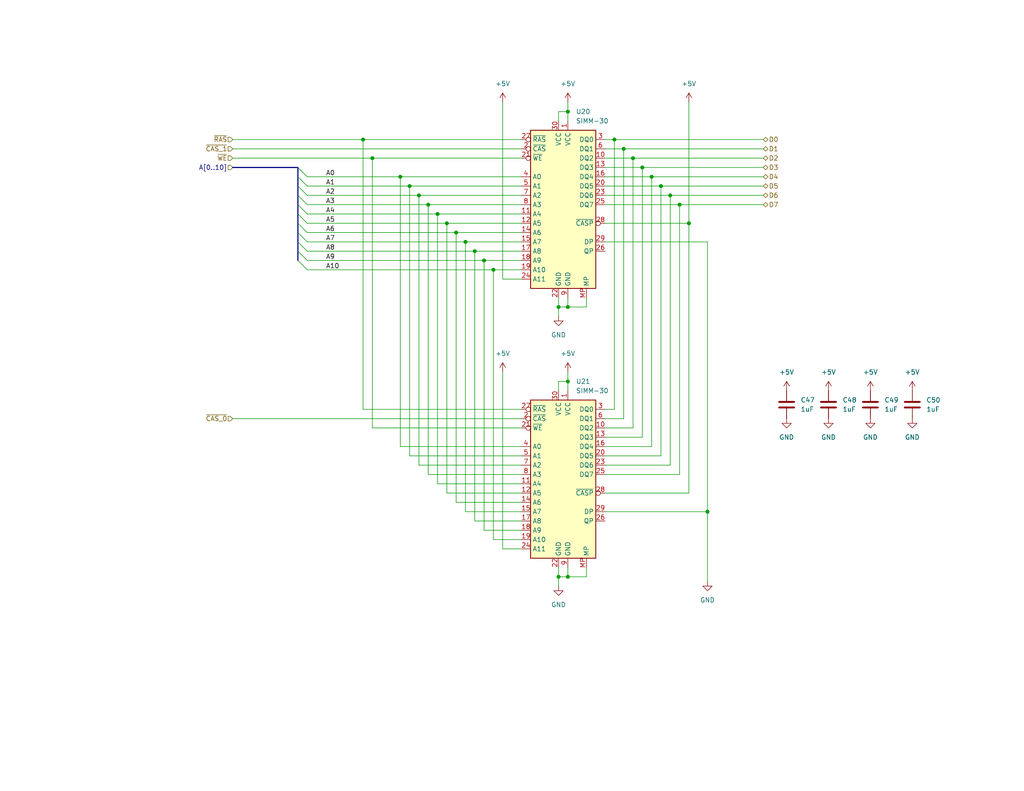
<source format=kicad_sch>
(kicad_sch (version 20230121) (generator eeschema)
  (paper "A")
  (title_block (title "Anachron RAM bank"))
  (lib_symbols
    (symbol "Device:C" (pin_numbers hide) (pin_names (offset 0.254))
      (property "Reference" "C" (at 0.635 2.54 0))
      (property "Value" "C" (at 0.635 -2.54 0))
      (symbol "C_0_1"
        (polyline (pts (xy -2.032 -0.762) (xy 2.032 -0.762)) (stroke (width 0.508)))
        (polyline (pts (xy -2.032 0.762) (xy 2.032 0.762)) (stroke (width 0.508)))
      )
      (symbol "C_1_1"
        (pin passive line (at 0 3.81 270) (length 2.794) (name "~") (number "1"))
        (pin passive line (at 0 -3.81 90) (length 2.794) (name "~") (number "2"))
      )
    )
    (symbol "anachron:SIMM-30"
      (property "Reference" "U" (at -11.43 24.13 0))
      (property "Value" "SIMM-30" (at -11.43 21.59 0))
      (symbol "SIMM-30_0_0"
        (pin power_in line (at 2.54 22.86 270) (length 2.54) (name "VCC") (number "1"))
        (pin bidirectional line (at 12.7 12.7 180) (length 2.54) (name "DQ2") (number "10"))
        (pin input line (at -10.16 -2.54 0) (length 2.54) (name "A4") (number "11"))
        (pin input line (at -10.16 -5.08 0) (length 2.54) (name "A5") (number "12"))
        (pin bidirectional line (at 12.7 10.16 180) (length 2.54) (name "DQ3") (number "13"))
        (pin input line (at -10.16 -7.62 0) (length 2.54) (name "A6") (number "14"))
        (pin input line (at -10.16 -10.16 0) (length 2.54) (name "A7") (number "15"))
        (pin bidirectional line (at 12.7 7.62 180) (length 2.54) (name "DQ4") (number "16"))
        (pin input line (at -10.16 -12.7 0) (length 2.54) (name "A8") (number "17"))
        (pin input line (at -10.16 -15.24 0) (length 2.54) (name "A9") (number "18"))
        (pin input line (at -10.16 -17.78 0) (length 2.54) (name "A10") (number "19"))
        (pin input inverted (at -10.16 15.24 0) (length 2.54) (name "~{CAS}") (number "2"))
        (pin bidirectional line (at 12.7 5.08 180) (length 2.54) (name "DQ5") (number "20"))
        (pin input inverted (at -10.16 12.7 0) (length 2.54) (name "~{WE}") (number "21"))
        (pin power_in line (at 0 -25.4 90) (length 2.54) (name "GND") (number "22"))
        (pin bidirectional line (at 12.7 2.54 180) (length 2.54) (name "DQ6") (number "23"))
        (pin input line (at -10.16 -20.32 0) (length 2.54) (name "A11") (number "24"))
        (pin bidirectional line (at 12.7 0 180) (length 2.54) (name "DQ7") (number "25"))
        (pin output line (at 12.7 -12.7 180) (length 2.54) (name "QP") (number "26"))
        (pin input inverted (at -10.16 17.78 0) (length 2.54) (name "~{RAS}") (number "27"))
        (pin input inverted (at 12.7 -5.08 180) (length 2.54) (name "~{CASP}") (number "28"))
        (pin input line (at 12.7 -10.16 180) (length 2.54) (name "DP") (number "29"))
        (pin bidirectional line (at 12.7 17.78 180) (length 2.54) (name "DQ0") (number "3"))
        (pin power_in line (at 0 22.86 270) (length 2.54) (name "VCC") (number "30"))
        (pin input line (at -10.16 7.62 0) (length 2.54) (name "A0") (number "4"))
        (pin input line (at -10.16 5.08 0) (length 2.54) (name "A1") (number "5"))
        (pin bidirectional line (at 12.7 15.24 180) (length 2.54) (name "DQ1") (number "6"))
        (pin input line (at -10.16 2.54 0) (length 2.54) (name "A2") (number "7"))
        (pin input line (at -10.16 0 0) (length 2.54) (name "A3") (number "8"))
        (pin power_in line (at 2.54 -25.4 90) (length 2.54) (name "GND") (number "9"))
      )
      (symbol "SIMM-30_0_1"
        (rectangle (start -7.62 20.32) (end 10.16 -22.86) (stroke (width 0.254)) (fill (type background)))
      )
      (symbol "SIMM-30_1_0"
        (pin passive line (at 7.62 -25.4 90) (length 2.54) (name "MP") (number "MP"))
      )
    )
    (symbol "power:+5V" (power) (pin_names (offset 0))
      (property "Value" "+5V" (at 0 3.556 0))
      (symbol "+5V_0_1"
        (polyline (pts (xy -0.762 1.27) (xy 0 2.54)))
        (polyline (pts (xy 0 0) (xy 0 2.54)))
        (polyline (pts (xy 0 2.54) (xy 0.762 1.27)))
      )
      (symbol "+5V_1_1"
        (pin power_in line (at 0 0 90) (length 0) hide (name "+5V") (number "1"))
      )
    )
    (symbol "power:GND" (power) (pin_names (offset 0))
      (property "Value" "GND" (at 0 -3.81 0))
      (symbol "GND_0_1"
        (polyline (pts (xy 0 0) (xy 0 -1.27) (xy 1.27 -1.27) (xy 0 -2.54) (xy -1.27 -1.27) (xy 0 -1.27)))
      )
      (symbol "GND_1_1"
        (pin power_in line (at 0 0 270) (length 0) hide (name "GND") (number "1"))
      )
    )
  )
  (junction (at 154.94 30.48))
  (junction (at 182.88 53.34))
  (junction (at 167.64 38.1))
  (junction (at 116.84 55.88))
  (junction (at 134.62 73.66))
  (junction (at 129.54 68.58))
  (junction (at 154.94 83.82))
  (junction (at 119.38 58.42))
  (junction (at 154.94 104.14))
  (junction (at 170.18 40.64))
  (junction (at 127 66.04))
  (junction (at 109.22 48.26))
  (junction (at 99.06 38.1))
  (junction (at 175.26 45.72))
  (junction (at 114.3 53.34))
  (junction (at 121.92 60.96))
  (junction (at 152.4 157.48))
  (junction (at 152.4 83.82))
  (junction (at 124.46 63.5))
  (junction (at 185.42 55.88))
  (junction (at 132.08 71.12))
  (junction (at 172.72 43.18))
  (junction (at 193.04 139.7))
  (junction (at 177.8 48.26))
  (junction (at 154.94 157.48))
  (junction (at 101.6 43.18))
  (junction (at 187.96 60.96))
  (junction (at 111.76 50.8))
  (junction (at 180.34 50.8))
  (bus_entry (at 81.28 58.42) (size 2.54 2.54))
  (bus_entry (at 81.28 68.58) (size 2.54 2.54))
  (bus_entry (at 81.28 53.34) (size 2.54 2.54))
  (bus_entry (at 81.28 55.88) (size 2.54 2.54))
  (bus_entry (at 81.28 60.96) (size 2.54 2.54))
  (bus_entry (at 81.28 45.72) (size 2.54 2.54))
  (bus_entry (at 81.28 48.26) (size 2.54 2.54))
  (bus_entry (at 81.28 66.04) (size 2.54 2.54))
  (bus_entry (at 81.28 50.8) (size 2.54 2.54))
  (bus_entry (at 81.28 71.12) (size 2.54 2.54))
  (bus_entry (at 81.28 63.5) (size 2.54 2.54))
  (wire (pts (xy 114.3 53.34) (xy 142.24 53.34)))
  (wire (pts (xy 152.4 104.14) (xy 154.94 104.14)))
  (wire (pts (xy 152.4 157.48) (xy 152.4 154.94)))
  (wire (pts (xy 154.94 81.28) (xy 154.94 83.82)))
  (wire (pts (xy 165.1 53.34) (xy 182.88 53.34)))
  (bus (pts (xy 81.28 53.34) (xy 81.28 55.88)))
  (wire (pts (xy 111.76 124.46) (xy 111.76 50.8)))
  (wire (pts (xy 185.42 129.54) (xy 165.1 129.54)))
  (bus (pts (xy 81.28 55.88) (xy 81.28 58.42)))
  (wire (pts (xy 121.92 60.96) (xy 142.24 60.96)))
  (wire (pts (xy 154.94 101.6) (xy 154.94 104.14)))
  (wire (pts (xy 185.42 55.88) (xy 185.42 129.54)))
  (wire (pts (xy 182.88 53.34) (xy 208.28 53.34)))
  (wire (pts (xy 83.82 50.8) (xy 111.76 50.8)))
  (wire (pts (xy 154.94 157.48) (xy 152.4 157.48)))
  (wire (pts (xy 175.26 119.38) (xy 165.1 119.38)))
  (wire (pts (xy 129.54 68.58) (xy 142.24 68.58)))
  (wire (pts (xy 127 66.04) (xy 142.24 66.04)))
  (wire (pts (xy 154.94 154.94) (xy 154.94 157.48)))
  (wire (pts (xy 132.08 71.12) (xy 132.08 144.78)))
  (wire (pts (xy 99.06 111.76) (xy 99.06 38.1)))
  (wire (pts (xy 165.1 134.62) (xy 187.96 134.62)))
  (wire (pts (xy 180.34 50.8) (xy 208.28 50.8)))
  (wire (pts (xy 170.18 40.64) (xy 170.18 114.3)))
  (wire (pts (xy 137.16 76.2) (xy 142.24 76.2)))
  (wire (pts (xy 137.16 101.6) (xy 137.16 149.86)))
  (wire (pts (xy 121.92 134.62) (xy 121.92 60.96)))
  (wire (pts (xy 142.24 137.16) (xy 124.46 137.16)))
  (wire (pts (xy 142.24 149.86) (xy 137.16 149.86)))
  (wire (pts (xy 187.96 60.96) (xy 187.96 134.62)))
  (wire (pts (xy 177.8 121.92) (xy 165.1 121.92)))
  (wire (pts (xy 83.82 53.34) (xy 114.3 53.34)))
  (wire (pts (xy 83.82 73.66) (xy 134.62 73.66)))
  (wire (pts (xy 142.24 142.24) (xy 129.54 142.24)))
  (wire (pts (xy 154.94 27.94) (xy 154.94 30.48)))
  (wire (pts (xy 170.18 114.3) (xy 165.1 114.3)))
  (wire (pts (xy 193.04 139.7) (xy 193.04 158.75)))
  (wire (pts (xy 142.24 124.46) (xy 111.76 124.46)))
  (wire (pts (xy 165.1 66.04) (xy 193.04 66.04)))
  (wire (pts (xy 165.1 40.64) (xy 170.18 40.64)))
  (wire (pts (xy 83.82 63.5) (xy 124.46 63.5)))
  (wire (pts (xy 193.04 66.04) (xy 193.04 139.7)))
  (wire (pts (xy 63.5 114.3) (xy 142.24 114.3)))
  (wire (pts (xy 160.02 157.48) (xy 154.94 157.48)))
  (wire (pts (xy 137.16 27.94) (xy 137.16 76.2)))
  (wire (pts (xy 167.64 38.1) (xy 167.64 111.76)))
  (wire (pts (xy 119.38 132.08) (xy 119.38 58.42)))
  (wire (pts (xy 129.54 68.58) (xy 129.54 142.24)))
  (wire (pts (xy 116.84 55.88) (xy 142.24 55.88)))
  (wire (pts (xy 83.82 55.88) (xy 116.84 55.88)))
  (wire (pts (xy 142.24 127) (xy 114.3 127)))
  (bus (pts (xy 81.28 63.5) (xy 81.28 66.04)))
  (wire (pts (xy 175.26 45.72) (xy 175.26 119.38)))
  (wire (pts (xy 142.24 132.08) (xy 119.38 132.08)))
  (wire (pts (xy 83.82 60.96) (xy 121.92 60.96)))
  (wire (pts (xy 167.64 38.1) (xy 208.28 38.1)))
  (wire (pts (xy 182.88 127) (xy 165.1 127)))
  (wire (pts (xy 124.46 137.16) (xy 124.46 63.5)))
  (wire (pts (xy 111.76 50.8) (xy 142.24 50.8)))
  (bus (pts (xy 81.28 58.42) (xy 81.28 60.96)))
  (wire (pts (xy 132.08 144.78) (xy 142.24 144.78)))
  (wire (pts (xy 152.4 86.36) (xy 152.4 83.82)))
  (wire (pts (xy 177.8 48.26) (xy 177.8 121.92)))
  (bus (pts (xy 81.28 60.96) (xy 81.28 63.5)))
  (wire (pts (xy 165.1 139.7) (xy 193.04 139.7)))
  (wire (pts (xy 180.34 124.46) (xy 165.1 124.46)))
  (wire (pts (xy 165.1 43.18) (xy 172.72 43.18)))
  (wire (pts (xy 142.24 147.32) (xy 134.62 147.32)))
  (wire (pts (xy 165.1 45.72) (xy 175.26 45.72)))
  (wire (pts (xy 134.62 147.32) (xy 134.62 73.66)))
  (wire (pts (xy 182.88 53.34) (xy 182.88 127)))
  (wire (pts (xy 142.24 121.92) (xy 109.22 121.92)))
  (wire (pts (xy 180.34 50.8) (xy 180.34 124.46)))
  (wire (pts (xy 109.22 121.92) (xy 109.22 48.26)))
  (wire (pts (xy 83.82 48.26) (xy 109.22 48.26)))
  (wire (pts (xy 114.3 127) (xy 114.3 53.34)))
  (wire (pts (xy 165.1 38.1) (xy 167.64 38.1)))
  (wire (pts (xy 165.1 50.8) (xy 180.34 50.8)))
  (wire (pts (xy 83.82 66.04) (xy 127 66.04)))
  (wire (pts (xy 142.24 129.54) (xy 116.84 129.54)))
  (wire (pts (xy 160.02 154.94) (xy 160.02 157.48)))
  (wire (pts (xy 177.8 48.26) (xy 208.28 48.26)))
  (wire (pts (xy 101.6 116.84) (xy 101.6 43.18)))
  (bus (pts (xy 81.28 45.72) (xy 81.28 48.26)))
  (wire (pts (xy 152.4 83.82) (xy 154.94 83.82)))
  (wire (pts (xy 109.22 48.26) (xy 142.24 48.26)))
  (bus (pts (xy 81.28 66.04) (xy 81.28 68.58)))
  (wire (pts (xy 142.24 134.62) (xy 121.92 134.62)))
  (bus (pts (xy 81.28 50.8) (xy 81.28 53.34)))
  (wire (pts (xy 172.72 43.18) (xy 208.28 43.18)))
  (wire (pts (xy 83.82 71.12) (xy 132.08 71.12)))
  (wire (pts (xy 170.18 40.64) (xy 208.28 40.64)))
  (wire (pts (xy 160.02 81.28) (xy 160.02 83.82)))
  (wire (pts (xy 142.24 111.76) (xy 99.06 111.76)))
  (wire (pts (xy 63.5 38.1) (xy 99.06 38.1)))
  (wire (pts (xy 165.1 60.96) (xy 187.96 60.96)))
  (wire (pts (xy 142.24 139.7) (xy 127 139.7)))
  (bus (pts (xy 81.28 48.26) (xy 81.28 50.8)))
  (wire (pts (xy 142.24 116.84) (xy 101.6 116.84)))
  (wire (pts (xy 83.82 58.42) (xy 119.38 58.42)))
  (wire (pts (xy 154.94 30.48) (xy 154.94 33.02)))
  (wire (pts (xy 175.26 45.72) (xy 208.28 45.72)))
  (wire (pts (xy 152.4 83.82) (xy 152.4 81.28)))
  (wire (pts (xy 154.94 104.14) (xy 154.94 106.68)))
  (wire (pts (xy 124.46 63.5) (xy 142.24 63.5)))
  (wire (pts (xy 83.82 68.58) (xy 129.54 68.58)))
  (wire (pts (xy 172.72 116.84) (xy 165.1 116.84)))
  (wire (pts (xy 63.5 43.18) (xy 101.6 43.18)))
  (wire (pts (xy 152.4 106.68) (xy 152.4 104.14)))
  (wire (pts (xy 167.64 111.76) (xy 165.1 111.76)))
  (wire (pts (xy 187.96 27.94) (xy 187.96 60.96)))
  (wire (pts (xy 185.42 55.88) (xy 208.28 55.88)))
  (wire (pts (xy 127 66.04) (xy 127 139.7)))
  (bus (pts (xy 81.28 68.58) (xy 81.28 71.12)))
  (wire (pts (xy 152.4 33.02) (xy 152.4 30.48)))
  (wire (pts (xy 152.4 160.02) (xy 152.4 157.48)))
  (bus (pts (xy 63.5 45.72) (xy 81.28 45.72)))
  (wire (pts (xy 99.06 38.1) (xy 142.24 38.1)))
  (wire (pts (xy 165.1 55.88) (xy 185.42 55.88)))
  (wire (pts (xy 119.38 58.42) (xy 142.24 58.42)))
  (wire (pts (xy 132.08 71.12) (xy 142.24 71.12)))
  (wire (pts (xy 63.5 40.64) (xy 142.24 40.64)))
  (wire (pts (xy 160.02 83.82) (xy 154.94 83.82)))
  (wire (pts (xy 172.72 43.18) (xy 172.72 116.84)))
  (wire (pts (xy 101.6 43.18) (xy 142.24 43.18)))
  (wire (pts (xy 152.4 30.48) (xy 154.94 30.48)))
  (wire (pts (xy 134.62 73.66) (xy 142.24 73.66)))
  (wire (pts (xy 116.84 129.54) (xy 116.84 55.88)))
  (wire (pts (xy 165.1 48.26) (xy 177.8 48.26)))
  (label "A9" (at 88.9 71.12 0))
  (label "A0" (at 88.9 48.26 0))
  (label "A2" (at 88.9 53.34 0))
  (label "A6" (at 88.9 63.5 0))
  (label "A8" (at 88.9 68.58 0))
  (label "A5" (at 88.9 60.96 0))
  (label "A10" (at 88.9 73.66 0))
  (label "A4" (at 88.9 58.42 0))
  (label "A1" (at 88.9 50.8 0))
  (label "A3" (at 88.9 55.88 0))
  (label "A7" (at 88.9 66.04 0))
  (hierarchical_label "D3" (shape bidirectional) (at 208.28 45.72 0))
  (hierarchical_label "~{CAS_1}" (shape input) (at 63.5 40.64 180))
  (hierarchical_label "D4" (shape bidirectional) (at 208.28 48.26 0))
  (hierarchical_label "D6" (shape bidirectional) (at 208.28 53.34 0))
  (hierarchical_label "D2" (shape bidirectional) (at 208.28 43.18 0))
  (hierarchical_label "~{RAS}" (shape input) (at 63.5 38.1 180))
  (hierarchical_label "~{WE}" (shape input) (at 63.5 43.18 180))
  (hierarchical_label "D5" (shape bidirectional) (at 208.28 50.8 0))
  (hierarchical_label "D0" (shape bidirectional) (at 208.28 38.1 0))
  (hierarchical_label "D7" (shape bidirectional) (at 208.28 55.88 0))
  (hierarchical_label "~{CAS_0}" (shape input) (at 63.5 114.3 180))
  (hierarchical_label "D1" (shape bidirectional) (at 208.28 40.64 0))
  (hierarchical_label "A[0..10]" (shape input) (at 63.5 45.72 180))
  (symbol (lib_id "power:GND") (at 237.49 114.3 0) (unit 1)
    (property "Reference" "#PWR0226" (effects hide))
    (property "Value" "GND" (at 237.49 119.38 0))
    (instances (project "a1_mini" (path "" (reference "#PWR0226") (unit 1)) (path "" (reference "#PWR0236") (unit 1))))
  )
  (symbol (lib_id "power:+5V") (at 154.94 27.94 0) (unit 1)
    (property "Reference" "#PWR052" (effects hide))
    (property "Value" "+5V" (at 154.94 22.86 0))
    (instances (project "a1_mini" (path "" (reference "#PWR052") (unit 1)) (path "" (reference "#PWR0121") (unit 1))))
  )
  (symbol (lib_id "power:+5V") (at 154.94 101.6 0) (unit 1)
    (property "Reference" "#PWR054" (effects hide))
    (property "Value" "+5V" (at 154.94 96.52 0))
    (instances (project "a1_mini" (path "" (reference "#PWR054") (unit 1)) (path "" (reference "#PWR0123") (unit 1))))
  )
  (symbol (lib_id "power:+5V") (at 214.63 106.68 0) (unit 1)
    (property "Reference" "#PWR0221" (effects hide))
    (property "Value" "+5V" (at 214.63 101.6 0))
    (instances (project "a1_mini" (path "" (reference "#PWR0221") (unit 1)) (path "" (reference "#PWR0231") (unit 1))))
  )
  (symbol (lib_id "power:+5V") (at 187.96 27.94 0) (unit 1)
    (property "Reference" "#PWR056" (effects hide))
    (property "Value" "+5V" (at 187.96 22.86 0))
    (instances (project "a1_mini" (path "" (reference "#PWR056") (unit 1)) (path "" (reference "#PWR0125") (unit 1))))
  )
  (symbol (lib_id "anachron:SIMM-30") (at 152.4 129.54 0) (unit 1)
    (property "Reference" "U21" (at 157.1341 104.14 0) (effects (justify left)))
    (property "Value" "SIMM-30" (at 157.1341 106.68 0) (effects (justify left)))
    (property "Footprint" "anachron:SIMM-30" (effects hide))
    (instances (project "a1_mini" (path "" (reference "U21") (unit 1)) (path "" (reference "U31") (unit 1))))
  )
  (symbol (lib_id "power:GND") (at 193.04 158.75 0) (unit 1)
    (property "Reference" "#PWR064" (effects hide))
    (property "Value" "GND" (at 193.04 163.83 0))
    (instances (project "a1_mini" (path "" (reference "#PWR064") (unit 1)) (path "" (reference "#PWR065") (unit 1))))
  )
  (symbol (lib_id "Device:C") (at 248.92 110.49 0) (unit 1)
    (property "Reference" "C50" (at 252.73 109.22 0) (effects (justify left)))
    (property "Value" "1uF" (at 252.73 111.76 0) (effects (justify left)))
    (property "Footprint" "Capacitor_THT:C_Disc_D4.7mm_W2.5mm_P5.00mm" (effects hide))
    (property "mpf#" "FG28X5R1H105KRT06" (effects hide))
    (instances (project "a1_mini" (path "" (reference "C50") (unit 1)) (path "" (reference "C55") (unit 1))))
  )
  (symbol (lib_id "power:GND") (at 152.4 160.02 0) (unit 1)
    (property "Reference" "#PWR055" (effects hide))
    (property "Value" "GND" (at 152.4 165.1 0))
    (instances (project "a1_mini" (path "" (reference "#PWR055") (unit 1)) (path "" (reference "#PWR0124") (unit 1))))
  )
  (symbol (lib_id "Device:C") (at 237.49 110.49 0) (unit 1)
    (property "Reference" "C49" (at 241.3 109.22 0) (effects (justify left)))
    (property "Value" "1uF" (at 241.3 111.76 0) (effects (justify left)))
    (property "Footprint" "Capacitor_THT:C_Disc_D4.7mm_W2.5mm_P5.00mm" (effects hide))
    (property "mpf#" "FG28X5R1H105KRT06" (effects hide))
    (instances (project "a1_mini" (path "" (reference "C49") (unit 1)) (path "" (reference "C54") (unit 1))))
  )
  (symbol (lib_id "power:+5V") (at 226.06 106.68 0) (unit 1)
    (property "Reference" "#PWR0223" (effects hide))
    (property "Value" "+5V" (at 226.06 101.6 0))
    (instances (project "a1_mini" (path "" (reference "#PWR0223") (unit 1)) (path "" (reference "#PWR0233") (unit 1))))
  )
  (symbol (lib_id "Device:C") (at 226.06 110.49 0) (unit 1)
    (property "Reference" "C48" (at 229.87 109.22 0) (effects (justify left)))
    (property "Value" "1uF" (at 229.87 111.76 0) (effects (justify left)))
    (property "Footprint" "Capacitor_THT:C_Disc_D4.7mm_W2.5mm_P5.00mm" (effects hide))
    (property "mpf#" "FG28X5R1H105KRT06" (effects hide))
    (instances (project "a1_mini" (path "" (reference "C48") (unit 1)) (path "" (reference "C53") (unit 1))))
  )
  (symbol (lib_id "anachron:SIMM-30") (at 152.4 55.88 0) (unit 1)
    (property "Reference" "U20" (at 157.1341 30.48 0) (effects (justify left)))
    (property "Value" "SIMM-30" (at 157.1341 33.02 0) (effects (justify left)))
    (property "Footprint" "anachron:SIMM-30" (effects hide))
    (instances (project "a1_mini" (path "" (reference "U20") (unit 1)) (path "" (reference "U30") (unit 1))))
  )
  (symbol (lib_id "power:GND") (at 248.92 114.3 0) (unit 1)
    (property "Reference" "#PWR0228" (effects hide))
    (property "Value" "GND" (at 248.92 119.38 0))
    (instances (project "a1_mini" (path "" (reference "#PWR0228") (unit 1)) (path "" (reference "#PWR0238") (unit 1))))
  )
  (symbol (lib_id "power:+5V") (at 237.49 106.68 0) (unit 1)
    (property "Reference" "#PWR0225" (effects hide))
    (property "Value" "+5V" (at 237.49 101.6 0))
    (instances (project "a1_mini" (path "" (reference "#PWR0225") (unit 1)) (path "" (reference "#PWR0235") (unit 1))))
  )
  (symbol (lib_id "power:GND") (at 214.63 114.3 0) (unit 1)
    (property "Reference" "#PWR0222" (effects hide))
    (property "Value" "GND" (at 214.63 119.38 0))
    (instances (project "a1_mini" (path "" (reference "#PWR0222") (unit 1)) (path "" (reference "#PWR0232") (unit 1))))
  )
  (symbol (lib_id "power:+5V") (at 248.92 106.68 0) (unit 1)
    (property "Reference" "#PWR0227" (effects hide))
    (property "Value" "+5V" (at 248.92 101.6 0))
    (instances (project "a1_mini" (path "" (reference "#PWR0227") (unit 1)) (path "" (reference "#PWR0237") (unit 1))))
  )
  (symbol (lib_id "power:+5V") (at 137.16 27.94 0) (unit 1)
    (property "Reference" "#PWR050" (effects hide))
    (property "Value" "+5V" (at 137.16 22.86 0))
    (instances (project "a1_mini" (path "" (reference "#PWR050") (unit 1)) (path "" (reference "#PWR0119") (unit 1))))
  )
  (symbol (lib_id "Device:C") (at 214.63 110.49 0) (unit 1)
    (property "Reference" "C47" (at 218.44 109.22 0) (effects (justify left)))
    (property "Value" "1uF" (at 218.44 111.76 0) (effects (justify left)))
    (property "Footprint" "Capacitor_THT:C_Disc_D4.7mm_W2.5mm_P5.00mm" (effects hide))
    (property "mpf#" "FG28X5R1H105KRT06" (effects hide))
    (instances (project "a1_mini" (path "" (reference "C47") (unit 1)) (path "" (reference "C52") (unit 1))))
  )
  (symbol (lib_id "power:+5V") (at 137.16 101.6 0) (unit 1)
    (property "Reference" "#PWR051" (effects hide))
    (property "Value" "+5V" (at 137.16 96.52 0))
    (instances (project "a1_mini" (path "" (reference "#PWR051") (unit 1)) (path "" (reference "#PWR0120") (unit 1))))
  )
  (symbol (lib_id "power:GND") (at 152.4 86.36 0) (unit 1)
    (property "Reference" "#PWR053" (effects hide))
    (property "Value" "GND" (at 152.4 91.44 0))
    (instances (project "a1_mini" (path "" (reference "#PWR053") (unit 1)) (path "" (reference "#PWR0122") (unit 1))))
  )
  (symbol (lib_id "power:GND") (at 226.06 114.3 0) (unit 1)
    (property "Reference" "#PWR0224" (effects hide))
    (property "Value" "GND" (at 226.06 119.38 0))
    (instances (project "a1_mini" (path "" (reference "#PWR0224") (unit 1)) (path "" (reference "#PWR0234") (unit 1))))
  )
)
</source>
